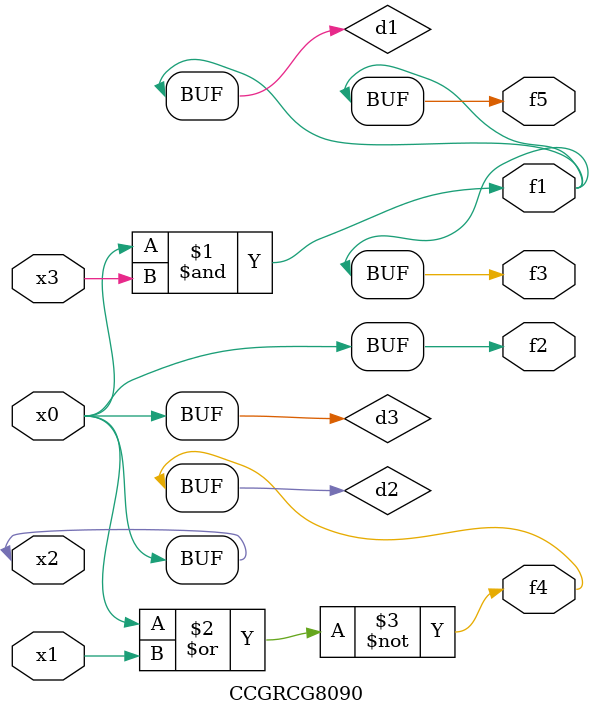
<source format=v>
module CCGRCG8090(
	input x0, x1, x2, x3,
	output f1, f2, f3, f4, f5
);

	wire d1, d2, d3;

	and (d1, x2, x3);
	nor (d2, x0, x1);
	buf (d3, x0, x2);
	assign f1 = d1;
	assign f2 = d3;
	assign f3 = d1;
	assign f4 = d2;
	assign f5 = d1;
endmodule

</source>
